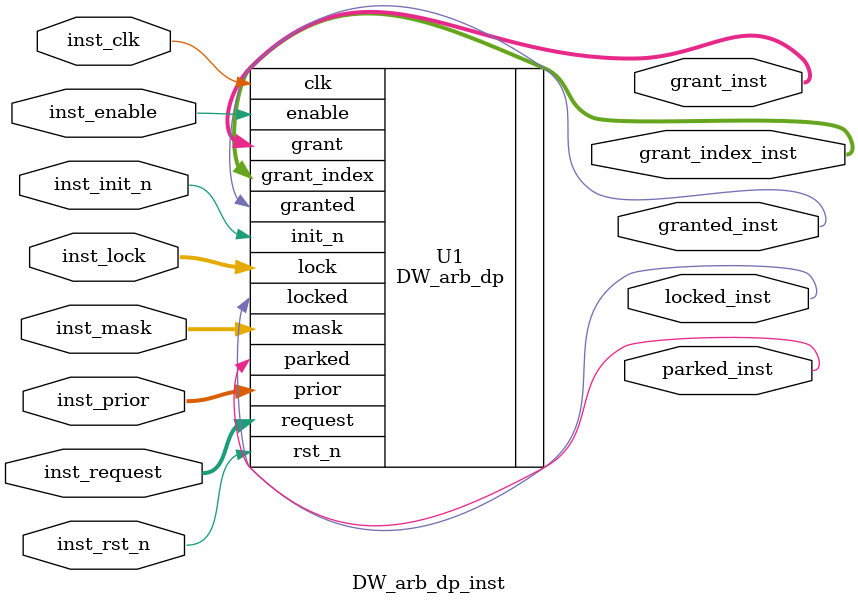
<source format=v>
module DW_arb_dp_inst( inst_clk, inst_rst_n, inst_init_n, inst_enable, inst_request,
		inst_prior, inst_lock, inst_mask, parked_inst, granted_inst,
		locked_inst, grant_inst, grant_index_inst );

parameter inst_n = 4;
parameter inst_park_mode = 1;
parameter inst_park_index = 0;
parameter inst_output_mode = 1;

`define bit_width_n 2	// bit_width_n is set to ceil(log2(n))

input inst_clk;
input inst_rst_n;
input inst_init_n;
input inst_enable;
input [inst_n-1 : 0] inst_request;
input [(`bit_width_n*inst_n-1) : 0] inst_prior;
input [inst_n-1 : 0] inst_lock;
input [inst_n-1 : 0] inst_mask;
output parked_inst;
output granted_inst;
output locked_inst;
output [inst_n-1 : 0] grant_inst;
output [`bit_width_n-1 : 0] grant_index_inst;

    // Instance of DW_arb_dp
    DW_arb_dp #(inst_n, inst_park_mode, inst_park_index, inst_output_mode) U1 (
			.clk(inst_clk),
			.rst_n(inst_rst_n),
			.init_n(inst_init_n),
			.enable(inst_enable),
			.request(inst_request),
			.prior(inst_prior),
			.lock(inst_lock),
			.mask(inst_mask),
			.parked(parked_inst),
			.granted(granted_inst),
			.locked(locked_inst),
			.grant(grant_inst),
			.grant_index(grant_index_inst) );

endmodule

</source>
